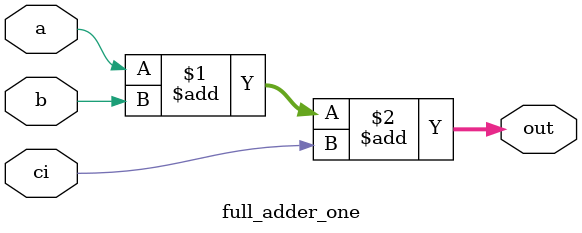
<source format=v>
module full_adder_one (a, b, ci, out);


input  a, b, ci;
output [1:0]out;
assign out= a+ b+ ci;

endmodule // full_add_one

</source>
